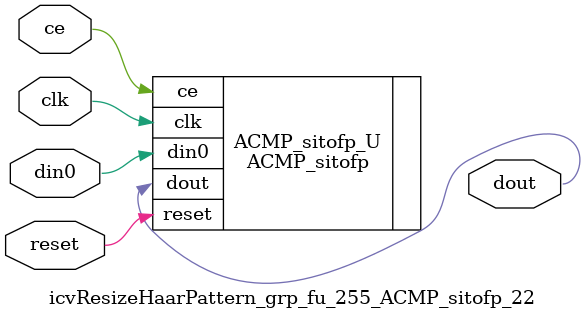
<source format=v>

`timescale 1 ns / 1 ps
module icvResizeHaarPattern_grp_fu_255_ACMP_sitofp_22(
    clk,
    reset,
    ce,
    din0,
    dout);

parameter ID = 32'd1;
parameter NUM_STAGE = 32'd1;
parameter din0_WIDTH = 32'd1;
parameter dout_WIDTH = 32'd1;
input clk;
input reset;
input ce;
input[din0_WIDTH - 1:0] din0;
output[dout_WIDTH - 1:0] dout;



ACMP_sitofp #(
.ID( ID ),
.NUM_STAGE( 4 ),
.din0_WIDTH( din0_WIDTH ),
.dout_WIDTH( dout_WIDTH ))
ACMP_sitofp_U(
    .clk( clk ),
    .reset( reset ),
    .ce( ce ),
    .din0( din0 ),
    .dout( dout ));

endmodule

</source>
